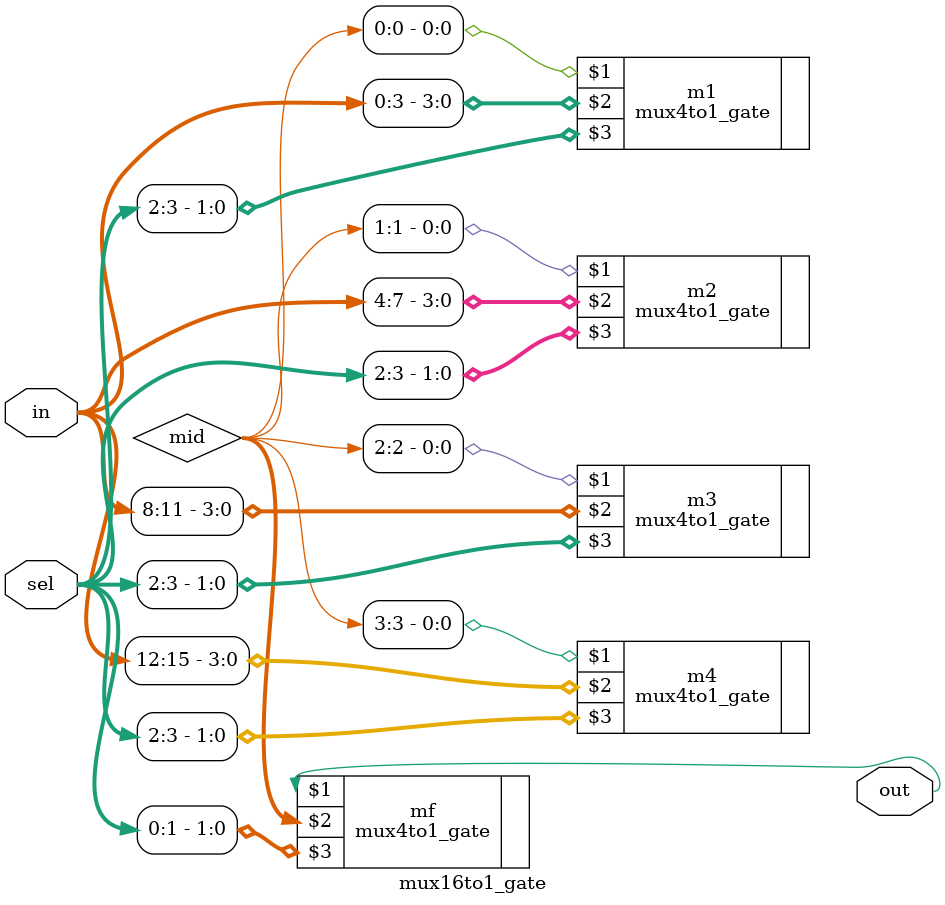
<source format=v>
`include "mux4to1_gate.v"
module mux16to1_gate(out,in,sel);
    output out;
    input [0:15] in;
    input [0:3] sel;
    wire [0:3] mid;
    mux4to1_gate m1(mid[0],in[0:3],sel[2:3]);
    mux4to1_gate m2(mid[1],in[4:7],sel[2:3]);
    mux4to1_gate m3(mid[2],in[8:11],sel[2:3]);
    mux4to1_gate m4(mid[3],in[12:15],sel[2:3]);
    mux4to1_gate mf(out,mid,sel[0:1]);
endmodule
</source>
